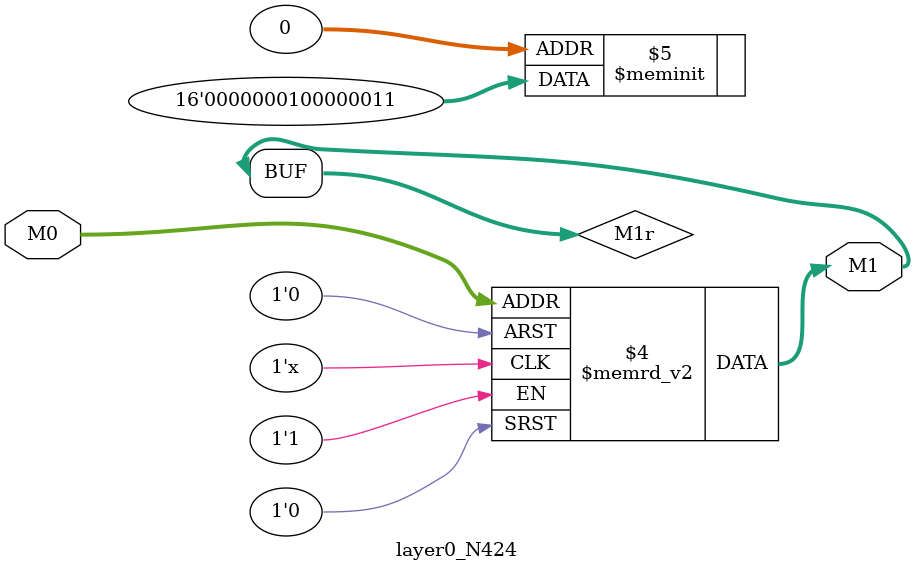
<source format=v>
module layer0_N424 ( input [2:0] M0, output [1:0] M1 );

	(*rom_style = "distributed" *) reg [1:0] M1r;
	assign M1 = M1r;
	always @ (M0) begin
		case (M0)
			3'b000: M1r = 2'b11;
			3'b100: M1r = 2'b01;
			3'b010: M1r = 2'b00;
			3'b110: M1r = 2'b00;
			3'b001: M1r = 2'b00;
			3'b101: M1r = 2'b00;
			3'b011: M1r = 2'b00;
			3'b111: M1r = 2'b00;

		endcase
	end
endmodule

</source>
